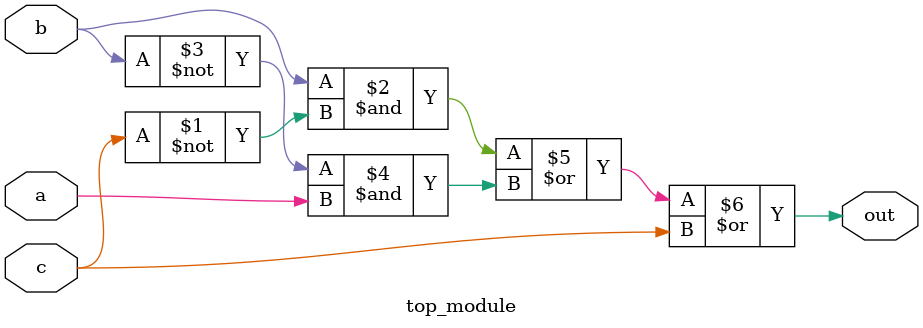
<source format=sv>
module top_module(
	input a, 
	input b,
	input c,
	output out
);

    assign out = (b & ~c) | (~b & a) | (c);

endmodule

</source>
